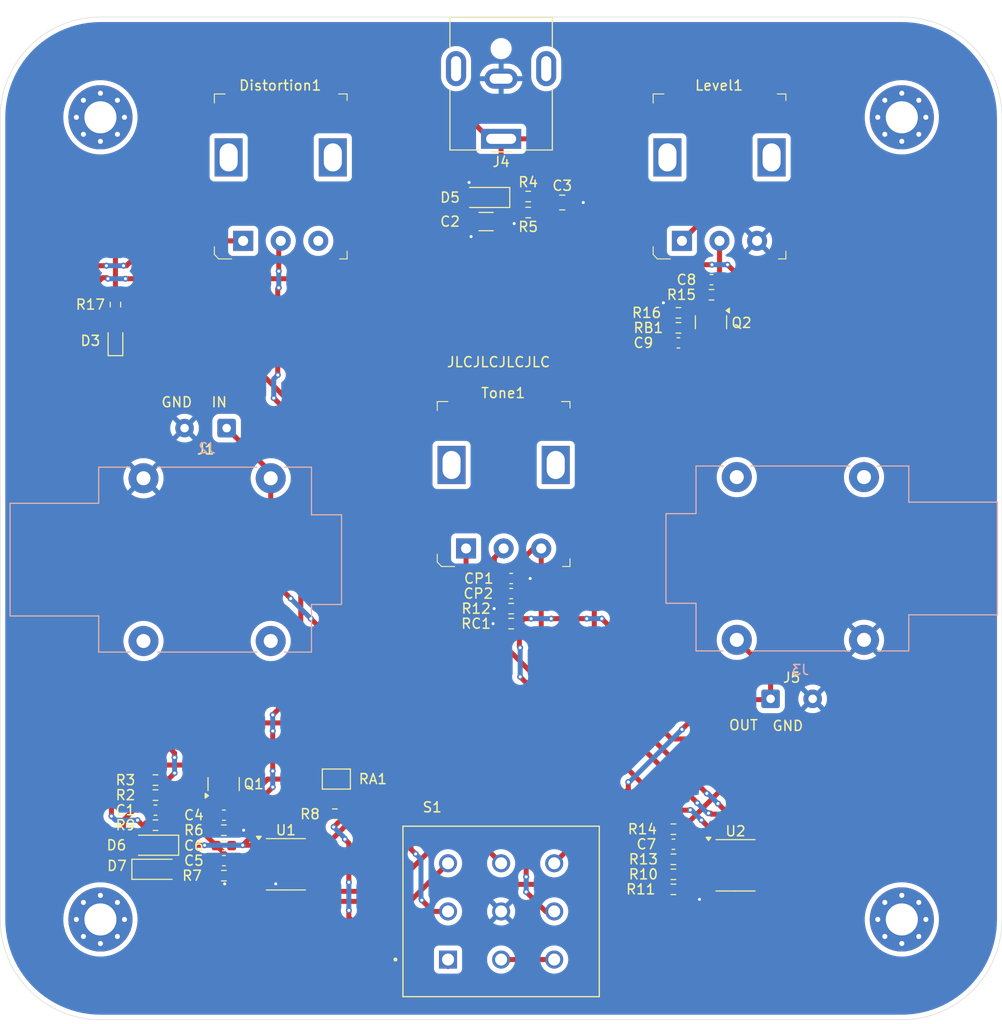
<source format=kicad_pcb>
(kicad_pcb (version 20241229) (generator "pcbnew") (generator_version "9.0")
  (layers (0 "F.Cu" signal) (2 "B.Cu" signal) (13 "F.Paste" user) (15 "B.Paste" user) (5 "F.SilkS" user "F.Silkscreen") (7 "B.SilkS" user "B.Silkscreen") (1 "F.Mask" user) (3 "B.Mask" user) (25 "Edge.Cuts" user))
  (net 0 "")
  (net 1 "Net-(C1-Pad1)")
  (net 2 "Net-(C1-Pad2)")
  (net 3 "9V")
  (net 4 "Net-(C9-Pad2)")
  (net 5 "4.5V")
  (net 6 "Net-(C4-Pad2)")
  (net 7 "Net-(Q2-E)")
  (net 8 "Net-(C5-Pad1)")
  (net 9 "Net-(C9-Pad1)")
  (net 10 "Net-(CP1-Pad1)")
  (net 11 "Net-(Q2-B)")
  (net 12 "Net-(R8-Pad2)")
  (net 13 "Net-(R13-Pad1)")
  (net 14 "Net-(C7-Pad1)")
  (net 15 "Net-(C7-Pad2)")
  (net 16 "Net-(C8-Pad1)")
  (net 17 "Net-(CP2-Pad2)")
  (net 18 "Net-(CP2-Pad1)")
  (net 19 "Net-(Distortion1-Pad1)")
  (net 20 "Net-(Level1-Pad1)")
  (net 22 "Net-(D3-A)")
  (net 23 "Net-(D3-K)")
  (net 24 "unconnected-(S1-Pad1)")
  (net 25 "Net-(S1-Pad4)")
  (net 26 "Net-(D6-A)")
  (net 27 "Net-(D6-K)")
  (net 28 "Net-(Q1-E)")
  (net 29 "Net-(Q1-B)")
  (net 30 "OUT")
  (net 31 "IN")
  (net 32 "GND")
  (footprint "MountingHole:MountingHole_3.2mm_M3_Pad_Via" (layer "F.Cu") (at 190 140)
    (property "Reference" "H4" (hide yes))
    (property "Value" "MountingHole")
  )
  (footprint "Resistor_SMD:R_0603_1608Metric" (layer "F.Cu") (at 151 109)
    (property "Reference" "R12")
    (property "Value" "220")
  )
  (footprint "Resistor_SMD:R_0603_1608Metric" (layer "F.Cu") (at 167.7 79.5 180)
    (property "Reference" "R16")
    (property "Value" "10k")
  )
  (footprint "Resistor_SMD:R_0603_1608Metric" (layer "F.Cu") (at 167.2 131)
    (property "Reference" "R14")
    (property "Value" "1k")
  )
  (footprint "Package_SO:SOIC-8_3.9x4.9mm_P1.27mm" (layer "F.Cu") (at 128.5125 134.5)
    (property "Reference" "U1")
    (property "Value" "TL072")
  )
  (footprint "Connector_BarrelJack:BarrelJack_CUI_PJ-063AH_Horizontal" (layer "F.Cu") (at 150 62.150436 180)
    (property "Reference" "J4")
    (property "Value" "9V IN")
  )
  (footprint "Package_SO:SOIC-8_3.9x4.9mm_P1.27mm" (layer "F.Cu") (at 173.4 134.6)
    (property "Reference" "U2")
    (property "Value" "TL072")
  )
  (footprint "Capacitor_SMD:C_0603_1608Metric" (layer "F.Cu") (at 167.2 132.5 180)
    (property "Reference" "C7")
    (property "Value" "1uF")
  )
  (footprint "Package_TO_SOT_SMD:SOT-23" (layer "F.Cu") (at 122.3 126.5 90)
    (property "Reference" "Q1")
    (property "Value" "MMBT2222A")
  )
  (footprint "Capacitor_SMD:C_0603_1608Metric" (layer "F.Cu") (at 115.5 129.1)
    (property "Reference" "C1")
    (property "Value" "20nF")
  )
  (footprint "Resistor_SMD:R_0603_1608Metric" (layer "F.Cu") (at 167.2 135.5)
    (property "Reference" "R10")
    (property "Value" "1k")
  )
  (footprint "digikey-footprints:Potentiometer_P120PK-Y25BR10K" (layer "F.Cu") (at 168.05 72.325)
    (property "Reference" "Level1")
    (property "Value" "100k")
  )
  (footprint "Capacitor_SMD:C_0603_1608Metric" (layer "F.Cu") (at 122.325 132.635)
    (property "Reference" "C6")
    (property "Value" "51pF")
  )
  (footprint "digikey-footprints:Potentiometer_P120PK-Y25BR10K" (layer "F.Cu") (at 146.5 103)
    (property "Reference" "Tone1")
    (property "Value" "20k")
  )
  (footprint "Resistor_SMD:R_0603_1608Metric" (layer "F.Cu") (at 133.4 129.5 180)
    (property "Reference" "R8")
    (property "Value" "10k")
  )
  (footprint "Connector_Wire:SolderWire-0.25sqmm_1x02_P4.2mm_D0.65mm_OD1.7mm" (layer "F.Cu") (at 122.6 91 180)
    (property "Reference" "J1")
    (property "Value" "IN")
  )
  (footprint "Resistor_SMD:R_0603_1608Metric" (layer "F.Cu") (at 167.2 137 180)
    (property "Reference" "R11")
    (property "Value" "10k")
  )
  (footprint "LED_SMD:LED_0603_1608Metric" (layer "F.Cu") (at 111.5 82.2875 90)
    (property "Reference" "D3")
    (property "Value" "LED")
  )
  (footprint "Capacitor_SMD:C_0603_1608Metric" (layer "F.Cu") (at 122.325 134.135)
    (property "Reference" "C5")
    (property "Value" "47nF")
  )
  (footprint "Resistor_SMD:R_0603_1608Metric" (layer "F.Cu") (at 115.5 130.6 180)
    (property "Reference" "R9")
    (property "Value" "51k")
  )
  (footprint "digikey-footprints:Potentiometer_P120PK-Y25BR10K" (layer "F.Cu") (at 124.25 72.325)
    (property "Reference" "Distortion1")
    (property "Value" "500k Log")
  )
  (footprint "Capacitor_SMD:C_0603_1608Metric" (layer "F.Cu") (at 171 76.2 180)
    (property "Reference" "C8")
    (property "Value" "100nF")
  )
  (footprint "Capacitor_SMD:C_0603_1608Metric" (layer "F.Cu") (at 151 107.5)
    (property "Reference" "CP2")
    (property "Value" "220nF")
  )
  (footprint "Capacitor_SMD:C_0603_1608Metric" (layer "F.Cu") (at 167.7 82.5)
    (property "Reference" "C9")
    (property "Value" "10uF")
  )
  (footprint "Resistor_SMD:R_0603_1608Metric" (layer "F.Cu") (at 152.7 67.9)
    (property "Reference" "R4")
    (property "Value" "10K")
  )
  (footprint "Resistor_SMD:R_0603_1608Metric" (layer "F.Cu") (at 167.7 81)
    (property "Reference" "RB1")
    (property "Value" "10k")
  )
  (footprint "Diode_SMD:D_SOD-123" (layer "F.Cu") (at 115.45 132.6 180)
    (property "Reference" "D6")
    (property "Value" "1N4148W")
  )
  (footprint "MountingHole:MountingHole_3.2mm_M3_Pad_Via" (layer "F.Cu") (at 110 140)
    (property "Reference" "H3" (hide yes))
    (property "Value" "MountingHole")
  )
  (footprint "Resistor_SMD:R_0603_1608Metric" (layer "F.Cu") (at 122.325 131.1 180)
    (property "Reference" "R6")
    (property "Value" "10k")
  )
  (footprint "Package_TO_SOT_SMD:SOT-23" (layer "F.Cu") (at 170.95 80.4375 -90)
    (property "Reference" "Q2")
    (property "Value" "MMBT2222A")
  )
  (footprint "Resistor_SMD:R_0603_1608Metric" (layer "F.Cu") (at 171 77.7)
    (property "Reference" "R15")
    (property "Value" "510k")
  )
  (footprint "MountingHole:MountingHole_3.2mm_M3_Pad_Via" (layer "F.Cu") (at 190 60)
    (property "Reference" "H2" (hide yes))
    (property "Value" "MountingHole")
  )
  (footprint "Resistor_SMD:R_0603_1608Metric" (layer "F.Cu") (at 111.5 78.675 90)
    (property "Reference" "R17")
    (property "Value" "1k")
  )
  (footprint "Resistor_SMD:R_0603_1608Metric" (layer "F.Cu") (at 115.5 126.1)
    (property "Reference" "R3")
    (property "Value" "510k")
  )
  (footprint "Diode_SMD:D_SOD-123" (layer "F.Cu") (at 148.504362 68 180)
    (property "Reference" "D5")
    (property "Value" "1N4148W")
  )
  (footprint "Capacitor_SMD:C_0805_2012Metric" (layer "F.Cu") (at 156.1 68.5)
    (property "Reference" "C3")
    (property "Value" "47uF")
  )
  (footprint "Diode_SMD:D_SOD-123" (layer "F.Cu") (at 115.5 135)
    (property "Reference" "D7")
    (property "Value" "1N4148W")
  )
  (footprint "Connector_Wire:SolderWire-0.25sqmm_1x02_P4.2mm_D0.65mm_OD1.7mm" (layer "F.Cu") (at 176.9 118)
    (property "Reference" "J5")
    (property "Value" "OUT")
  )
  (footprint "Resistor_SMD:R_0603_1608Metric" (layer "F.Cu") (at 152.7 69.5 180)
    (property "Reference" "R5")
    (property "Value" "10K")
  )
  (footprint "Capacitor_SMD:C_1206_3216Metric" (layer "F.Cu") (at 148.5 70.4 180)
    (property "Reference" "C2")
    (property "Value" "100uF")
  )
  (footprint "Capacitor_SMD:C_0603_1608Metric" (layer "F.Cu") (at 122.325 129.6)
    (property "Reference" "C4")
    (property "Value" "1uF")
  )
  (footprint "Resistor_SMD:R_0603_1608Metric" (layer "F.Cu") (at 151 110.5 180)
    (property "Reference" "RC1")
    (property "Value" "10k")
  )
  (footprint "MountingHole:MountingHole_3.2mm_M3_Pad_Via" (layer "F.Cu") (at 110 60)
    (property "Reference" "H1" (hide yes))
    (property "Value" "MountingHole")
  )
  (footprint "Resistor_SMD:R_0603_1608Metric" (layer "F.Cu") (at 115.5 127.6 180)
    (property "Reference" "R2")
    (property "Value" "1k")
  )
  (footprint "Resistor_SMD:R_0603_1608Metric" (layer "F.Cu") (at 167.2 134 180)
    (property "Reference" "R13")
    (property "Value" "1k")
  )
  (footprint "Resistor_SMD:R_0603_1608Metric" (layer "F.Cu") (at 122.325 135.635 180)
    (property "Reference" "R7")
    (property "Value" "4.7k")
  )
  (footprint "Jumper:SolderJumper-2_P1.3mm_Open_Pad1.0x1.5mm" (layer "F.Cu") (at 133.55 126)
    (property "Reference" "RA1")
    (property "Value" "0")
  )
  (footprint "Capacitor_SMD:C_0603_1608Metric" (layer "F.Cu") (at 151 106)
    (property "Reference" "CP1")
    (property "Value" "220nF")
  )
  (footprint "FS57003PLT2B2M2QE:SW_FS57003PLT2B2M2QE" (layer "F.Cu") (at 150 139.2)
    (property "Reference" "S1")
    (property "Value" "Foot Switch")
  )
  (footprint "Connector_Audio:Jack_6.35mm_Neutrik_NMJ4HFD2_Horizontal" (layer "B.Cu") (at 173.525 112.115)
    (property "Reference" "J3")
    (property "Value" "OUT")
  )
  (footprint "Connector_Audio:Jack_6.35mm_Neutrik_NMJ4HFD2_Horizontal" (layer "B.Cu") (at 127 96 180)
    (property "Reference" "J2")
    (property "Value" "IN")
  )
  (gr_arc (start 200 140) (mid 197.071068 147.071068) (end 190 150) (stroke (width 0.05)) (layer "Edge.Cuts"))
  (gr_arc (start 110 150) (mid 102.928932 147.071068) (end 100 140) (stroke (width 0.05)) (layer "Edge.Cuts"))
  (gr_line (start 100 140) (end 100 60) (stroke (width 0.05)) (layer "Edge.Cuts"))
  (gr_line (start 200 140) (end 200 60) (stroke (width 0.05)) (layer "Edge.Cuts"))
  (gr_arc (start 190 50) (mid 197.071068 52.928932) (end 200 60) (stroke (width 0.05)) (layer "Edge.Cuts"))
  (gr_arc (start 100 60) (mid 102.928932 52.928932) (end 110 50) (stroke (width 0.05)) (layer "Edge.Cuts"))
  (gr_line (start 190 50) (end 110 50) (stroke (width 0.05)) (layer "Edge.Cuts"))
  (gr_line (start 110 150) (end 190 150) (stroke (width 0.05)) (layer "Edge.Cuts"))
  (gr_text "GND\n" (at 177 121.277747 0) (layer "F.SilkS") (effects (font (size 1 1)) (justify left bottom)))
  (gr_text "GND\n" (at 116 89 0) (layer "F.SilkS") (effects (font (size 1 1)) (justify left bottom)))
  (gr_text "JLCJLCJLCJLC" (at 144.504362 85 0) (layer "F.SilkS") (effects (font (size 1 1)) (justify left bottom)))
  (gr_text "IN" (at 121 89 0) (layer "F.SilkS") (effects (font (size 1 1)) (justify left bottom)))
  (gr_text "OUT\n" (at 172.664375 121.207451 0) (layer "F.SilkS") (effects (font (size 1 1)) (justify left bottom)))
  (segment (start 140.9 138.2) (end 114.2 138.2) (width 0.5) (layer "F.Cu") (net 1))
  (segment (start 144.7 134.4) (end 140.9 138.2) (width 0.5) (layer "F.Cu") (net 1))
  (segment (start 112.3 136.3) (end 112.3 130.1) (width 0.5) (layer "F.Cu") (net 1))
  (segment (start 113.3 129.1) (end 114.725 129.1) (width 0.5) (layer "F.Cu") (net 1))
  (segment (start 114.2 138.2) (end 112.3 136.3) (width 0.5) (layer "F.Cu") (net 1))
  (segment (start 112.3 130.1) (end 113.3 129.1) (width 0.5) (layer "F.Cu") (net 1))
  (segment (start 116.325 129.05) (end 116.275 129.1) (width 0.5) (layer "F.Cu") (net 2))
  (segment (start 116.325 127.6) (end 116.325 129.05) (width 0.5) (layer "F.Cu") (net 2))
  (segment (start 172.375 81.375) (end 170.95 81.375) (width 0.5) (layer "F.Cu") (net 3))
  (segment (start 116.254627 120.4) (end 107.9 112.045373) (width 0.5) (layer "F.Cu") (net 3))
  (segment (start 141.9 55.2) (end 148.850436 62.150436) (width 0.5) (layer "F.Cu") (net 3))
  (segment (start 122.3 125.5625) (end 122.3 120.4) (width 0.5) (layer "F.Cu") (net 3))
  (segment (start 107.9 112.045373) (end 107.9 80.2) (width 0.5) (layer "F.Cu") (net 3))
  (segment (start 166.6 74.7) (end 171.05 74.7) (width 0.5) (layer "F.Cu") (net 3))
  (segment (start 110.25 77.85) (end 111.5 77.85) (width 0.5) (layer "F.Cu") (net 3))
  (segment (start 172.4 81.4) (end 172.375 81.375) (width 0.5) (layer "F.Cu") (net 3))
  (segment (start 111.5 65.7) (end 122 55.2) (width 0.5) (layer "F.Cu") (net 3))
  (segment (start 151.775 68) (end 151.875 67.9) (width 0.5) (layer "F.Cu") (net 3))
  (segment (start 177.887122 132.695) (end 183 127.582122) (width 0.5) (layer "F.Cu") (net 3))
  (segment (start 167.1 67.9) (end 165.4 69.6) (width 0.5) (layer "F.Cu") (net 3))
  (segment (start 173.2 80.6) (end 172.4 81.4) (width 0.5) (layer "F.Cu") (net 3))
  (segment (start 183 127.582122) (end 183 72.8) (width 0.5) (layer "F.Cu") (net 3))
  (segment (start 172.6 74.7) (end 173.2 75.3) (width 0.5) (layer "F.Cu") (net 3))
  (segment (start 111.5 77.85) (end 111.5 65.7) (width 0.5) (layer "F.Cu") (net 3))
  (segment (start 175.875 132.695) (end 177.887122 132.695) (width 0.5) (layer "F.Cu") (net 3))
  (segment (start 136.1 129.026196) (end 136.1 121.3) (width 0.5) (layer "F.Cu") (net 3))
  (segment (start 135.2 120.4) (end 116.254627 120.4) (width 0.5) (layer "F.Cu") (net 3))
  (segment (start 165.4 69.6) (end 157.950436 62.150436) (width 0.5) (layer "F.Cu") (net 3))
  (segment (start 150 67.845638) (end 150.154362 68) (width 0.5) (layer "F.Cu") (net 3))
  (segment (start 178.1 67.9) (end 167.1 67.9) (width 0.5) (layer "F.Cu") (net 3))
  (segment (start 183 72.8) (end 178.1 67.9) (width 0.5) (layer "F.Cu") (net 3))
  (segment (start 171 81.325) (end 170.95 81.375) (width 0.5) (layer "F.Cu") (net 3))
  (segment (start 150 62.150436) (end 150 67.845638) (width 0.5) (layer "F.Cu") (net 3))
  (segment (start 107.9 80.2) (end 110.25 77.85) (width 0.5) (layer "F.Cu") (net 3))
  (segment (start 130.9875 132.595) (end 132.531196 132.595) (width 0.5) (layer "F.Cu") (net 3))
  (segment (start 157.950436 62.150436) (end 150 62.150436) (width 0.5) (layer "F.Cu") (net 3))
  (segment (start 136.1 121.3) (end 135.2 120.4) (width 0.5) (layer "F.Cu") (net 3))
  (segment (start 150.154362 68) (end 150.154362 70.220638) (width 0.5) (layer "F.Cu") (net 3))
  (segment (start 148.850436 62.150436) (end 150 62.150436) (width 0.5) (layer "F.Cu") (net 3))
  (segment (start 166.6 74.7) (end 165.4 73.5) (width 0.5) (layer "F.Cu") (net 3))
  (segment (start 122 55.2) (end 141.9 55.2) (width 0.5) (layer "F.Cu") (net 3))
  (segment (start 165.4 73.5) (end 165.4 69.6) (width 0.5) (layer "F.Cu") (net 3))
  (segment (start 173.2 75.3) (end 173.2 80.6) (width 0.5) (layer "F.Cu") (net 3))
  (segment (start 132.531196 132.595) (end 136.1 129.026196) (width 0.5) (layer "F.Cu") (net 3))
  (segment (start 150.154362 68) (end 151.775 68) (width 0.5) (layer "F.Cu") (net 3))
  (segment (start 150.154362 70.220638) (end 149.975 70.4) (width 0.5) (layer "F.Cu") (net 3))
  (via (at 171.05 74.7) (size 0.6) (drill 0.3) (layers "F.Cu" "B.Cu") (net 3))
  (via (at 172.6 74.7) (size 0.6) (drill 0.3) (layers "F.Cu" "B.Cu") (net 3))
  (segment (start 171.05 74.7) (end 172.6 74.7) (width 0.5) (layer "B.Cu") (net 3))
  (segment (start 162.7 126.3) (end 162.7 127) (width 0.5) (layer "F.Cu") (net 4))
  (segment (start 170.3 84.325) (end 168.475 82.5) (width 0.5) (layer "F.Cu") (net 4))
  (segment (start 168.05 121.05) (end 170.3 118.8) (width 0.5) (layer "F.Cu") (net 4))
  (segment (start 162.7 127) (end 155.3 134.4) (width 0.5) (layer "F.Cu") (net 4))
  (segment (start 170.3 118.8) (end 170.3 84.325) (width 0.5) (layer "F.Cu") (net 4))
  (via (at 162.7 126.3) (size 0.6) (drill 0.3) (layers "F.Cu" "B.Cu") (net 4))
  (via (at 168.05 121.05) (size 0.6) (drill 0.3) (layers "F.Cu" "B.Cu") (net 4))
  (segment (start 168.05 121.05) (end 162.8 126.3) (width 0.5) (layer "B.Cu") (net 4))
  (segment (start 162.8 126.3) (end 162.7 126.3) (width 0.5) (layer "B.Cu") (net 4))
  (segment (start 153.525 67.9) (end 153.525 69.5) (width 0.5) (layer "F.Cu") (net 5))
  (segment (start 107 79.2) (end 110.2 76) (width 0.5) (layer "F.Cu") (net 5))
  (segment (start 155.15 68.5) (end 164.35 77.7) (width 0.5) (layer "F.Cu") (net 5))
  (segment (start 166.375 138.275) (end 166.375 137) (width 0.5) (layer "F.Cu") (net 5))
  (segment (start 134.8 132.4) (end 134.8 136.3) (width 0.5) (layer "F.Cu") (net 5))
  (segment (start 117.4 123.4) (end 107 113) (width 0.5) (layer "F.Cu") (net 5))
  (segment (start 166.9 138.8) (end 166.375 138.275) (width 0.5) (layer "F.Cu") (net 5))
  (segment (start 154.4 68.5) (end 155.15 68.5) (width 0.5) (layer "F.Cu") (net 5))
  (segment (start 133.282767 130.782767) (end 134.225 129.840534) (width 0.5) (layer "F.Cu") (net 5))
  (segment (start 110.65 76) (end 110.75 76.1) (width 0.5) (layer "F.Cu") (net 5))
  (segment (start 154.125 68.5) (end 153.525 67.9) (width 0.5) (layer "F.Cu") (net 5))
  (segment (start 153.525 69.5) (end 153.525 69.375) (width 0.5) (layer "F.Cu") (net 5))
  (segment (start 136.6 141.6) (end 136.3 141.3) (width 0.5) (layer "F.Cu") (net 5))
  (segment (start 159.3 82.75) (end 164.35 77.7) (width 0.5) (layer "F.Cu") (net 5))
  (segment (start 171.642831 128.442831) (end 174.438909 131.238909) (width 0.5) (layer "F.Cu") (net 5))
  (segment (start 134.4 132) (end 134.8 132.4) (width 0.5) (layer "F.Cu") (net 5))
  (segment (start 166.375 137) (end 161.775 141.6) (width 0.5) (layer "F.Cu") (net 5))
  (segment (start 136.3 141.3) (end 134.8 139.8) (width 0.5) (layer "F.Cu") (net 5))
  (segment (start 110.2 76) (end 110.65 76) (width 0.5) (layer "F.Cu") (net 5))
  (segment (start 116.325 126.1) (end 116.7 126.1) (width 0.5) (layer "F.Cu") (net 5))
  (segment (start 170.532169 127.432169) (end 159.3 116.2) (width 0.5) (layer "F.Cu") (net 5))
  (segment (start 153.525 69.375) (end 154.4 68.5) (width 0.5) (layer "F.Cu") (net 5))
  (segment (start 117.4 123.85) (end 117.4 123.4) (width 0.5) (layer "F.Cu") (net 5))
  (segment (start 156.3 141.6) (end 136.6 141.6) (width 0.5) (layer "F.Cu") (net 5))
  (segment (start 155.15 68.5) (end 154.125 68.5) (width 0.5) (layer "F.Cu") (net 5))
  (segment (start 149.2 76.1) (end 153.525 71.775) (width 0.5) (layer "F.Cu") (net 5))
  (segment (start 174.438909 131.238909) (end 174.438909 135.661091) (width 0.5) (layer "F.Cu") (net 5))
  (segment (start 164.35 77.7) (end 170.175 77.7) (width 0.5) (layer "F.Cu") (net 5))
  (segment (start 107 113) (end 107 79.2) (width 0.5) (layer "F.Cu") (net 5))
  (segment (start 116.7 126.1) (end 117.4 125.4) (width 0.5) (layer "F.Cu") (net 5))
  (segment (start 153.525 71.775) (end 153.525 69.5) (width 0.5) (layer "F.Cu") (net 5))
  (segment (start 134.225 129.840534) (end 134.225 129.5) (width 0.5) (layer "F.Cu") (net 5))
  (segment (start 171.3 138.8) (end 166.9 138.8) (width 0.5) (layer "F.Cu") (net 5))
  (segment (start 174.438909 135.661091) (end 171.3 138.8) (width 0.5) (layer "F.Cu") (net 5))
  (segment (start 161.775 141.6) (end 156.3 141.6) (width 0.5) (layer "F.Cu") (net 5))
  (segment (start 134.8 139.8) (end 134.8 139.1) (width 0.5) (layer "F.Cu") (net 5))
  (segment (start 112.5 76.1) (end 149.2 76.1) (width 0.5) (layer "F.Cu") (net 5))
  (segment (start 159.3 116.2) (end 159.3 82.75) (width 0.5) (layer "F.Cu") (net 5))
  (via (at 112.5 76.1) (size 0.6) (drill 0.3) (layers "F.Cu" "B.Cu") (net 5))
  (via (at 117.4 125.4) (size 0.6) (drill 0.3) (layers "F.Cu" "B.Cu") (net 5))
  (via (at 171.642831 128.442831) (size 0.6) (drill 0.3) (layers "F.Cu" "B.Cu") (net 5))
  (via (at 117.4 123.85) (size 0.6) (drill 0.3) (layers "F.Cu" "B.Cu") (net 5))
  (via (at 134.8 136.3) (size 0.6) (drill 0.3) (layers "F.Cu" "B.Cu") (net 5))
  (via (at 110.75 76.1) (size 0.6) (drill 0.3) (layers "F.Cu" "B.Cu") (net 5))
  (via (at 134.4 132) (size 0.6) (drill 0.3) (layers "F.Cu" "B.Cu") (net 5))
  (via (at 170.532169 127.432169) (size 0.6) (drill 0.3) (layers "F.Cu" "B.Cu") (net 5))
  (via (at 133.282767 130.782767) (size 0.6) (drill 0.3) (layers "F.Cu" "B.Cu") (net 5))
  (via (at 134.8 139.1) (size 0.6) (drill 0.3) (layers "F.Cu" "B.Cu") (net 5))
  (segment (start 170.532169 127.432169) (end 170.6 127.5) (width 0.5) (layer "B.Cu") (net 5))
  (segment (start 110.75 76.1) (end 112.5 76.1) (width 0.5) (layer "B.Cu") (net 5))
  (segment (start 170.7 127.5) (end 171.642831 128.442831) (width 0.5) (layer "B.Cu") (net 5))
  (segment (start 134.8 139.1) (end 134.8 136.3) (width 0.5) (layer "B.Cu") (net 5))
  (segment (start 117.4 125.4) (end 117.4 123.85) (width 0.5) (layer "B.Cu") (net 5))
  (segment (start 134.4 132) (end 134.4 131.9) (width 0.5) (layer "B.Cu") (net 5))
  (segment (start 170.6 127.5) (end 170.7 127.5) (width 0.5) (layer "B.Cu") (net 5))
  (segment (start 134.4 131.9) (end 133.282767 130.782767) (width 0.5) (layer "B.Cu") (net 5))
  (segment (start 126.7 126) (end 123.1 129.6) (width 0.5) (layer "F.Cu") (net 6))
  (segment (start 132.9 126) (end 126.7 126) (width 0.5) (layer "F.Cu") (net 6))
  (segment (start 168.525 81) (end 168.525 79.5) (width 0.5) (layer "F.Cu") (net 7))
  (segment (start 170 79.5) (end 168.525 79.5) (width 0.5) (layer "F.Cu") (net 7))
  (segment (start 121.55 134.135) (end 121.55 135.585) (width 0.5) (layer "F.Cu") (net 8))
  (segment (start 121.55 135.585) (end 121.5 135.635) (width 0.5) (layer "F.Cu") (net 8))
  (segment (start 166.875 82.45) (end 166.925 82.5) (width 0.5) (layer "F.Cu") (net 9))
  (segment (start 166.875 81) (end 166.875 82.45) (width 0.5) (layer "F.Cu") (net 9))
  (segment (start 154 112.8) (end 154 103) (width 0.5) (layer "F.Cu") (net 10))
  (segment (start 169.8125 135.235) (end 168.29 135.235) (width 0.5) (layer "F.Cu") (net 10))
  (segment (start 169.582169 128.382169) (end 154 112.8) (width 0.5) (layer "F.Cu") (net 10))
  (segment (start 169.8125 135.235) (end 170.965 135.235) (width 0.5) (layer "F.Cu") (net 10))
  (segment (start 170.9 129.4) (end 170.7 129.4) (width 0.5) (layer "F.Cu") (net 10))
  (segment (start 170.925 135.235) (end 171.899999 135.235) (width 0.5) (layer "F.Cu") (net 10))
  (segment (start 153.225 103) (end 150.225 106) (width 0.5) (layer "F.Cu") (net 10))
  (segment (start 171 129.5) (end 170.9 129.4) (width 0.5) (layer "F.Cu") (net 10))
  (segment (start 171.899999 135.235) (end 173.737909 133.39709) (width 0.5) (layer "F.Cu") (net 10))
  (segment (start 154 103) (end 153.225 103) (width 0.5) (layer "F.Cu") (net 10))
  (segment (start 171.5 129.5) (end 171 129.5) (width 0.5) (layer "F.Cu") (net 10))
  (segment (start 168.29 135.235) (end 168.025 135.5) (width 0.5) (layer "F.Cu") (net 10))
  (segment (start 173.737909 133.39709) (end 173.737909 131.737909) (width 0.5) (layer "F.Cu") (net 10))
  (segment (start 173.737909 131.737909) (end 171.5 129.5) (width 0.5) (layer "F.Cu") (net 10))
  (segment (start 168.025 137) (end 168.025 135.5) (width 0.5) (layer "F.Cu") (net 10))
  (via (at 169.582169 128.382169) (size 0.6) (drill 0.3) (layers "F.Cu" "B.Cu") (net 10))
  (via (at 170.7 129.4) (size 0.6) (drill 0.3) (layers "F.Cu" "B.Cu") (net 10))
  (segment (start 170.6 129.4) (end 169.582169 128.382169) (width 0.5) (layer "B.Cu") (net 10))
  (segment (start 170.7 129.4) (end 170.6 129.4) (width 0.5) (layer "B.Cu") (net 10))
  (segment (start 170.225 76.2) (end 170.325 76.2) (width 0.5) (layer "F.Cu") (net 11))
  (segment (start 170.325 76.2) (end 171.825 77.7) (width 0.5) (layer "F.Cu") (net 11))
  (segment (start 171.9 79.5) (end 171.9 77.775) (width 0.5) (layer "F.Cu") (net 11))
  (segment (start 171.9 77.775) (end 171.825 77.7) (width 0.5) (layer "F.Cu") (net 11))
  (segment (start 132.575 129.500001) (end 132.575 129.5) (width 0.5) (layer "F.Cu") (net 12))
  (segment (start 132.575 129.5) (end 132 129.5) (width 0.5) (layer "F.Cu") (net 12))
  (segment (start 134.2 126) (end 134.2 127.875) (width 0.5) (layer "F.Cu") (net 12))
  (segment (start 128.5 134.5) (end 127.865 135.135) (width 0.5) (layer "F.Cu") (net 12))
  (segment (start 134.2 127.875) (end 132.575 129.5) (width 0.5) (layer "F.Cu") (net 12))
  (segment (start 128.5 133) (end 128.5 134.5) (width 0.5) (layer "F.Cu") (net 12))
  (segment (start 127.865 135.135) (end 126.0375 135.135) (width 0.5) (layer "F.Cu") (net 12))
  (segment (start 132 129.5) (end 128.5 133) (width 0.5) (layer "F.Cu") (net 12))
  (segment (start 168.025 134) (end 169.7775 134) (width 0.5) (layer "F.Cu") (net 13))
  (segment (start 173 133) (end 172.035 133.965) (width 0.5) (layer "F.Cu") (net 13))
  (segment (start 171.076 131.176) (end 171.676 131.176) (width 0.5) (layer "F.Cu") (net 13))
  (segment (start 169.7775 134) (end 169.8125 133.965) (width 0.5) (layer "F.Cu") (net 13))
  (segment (start 146.5 108.862075) (end 166.737925 129.1) (width 0.5) (layer "F.Cu") (net 13))
  (segment (start 166.737925 129.1) (end 168.9 129.1) (width 0.5) (layer "F.Cu") (net 13))
  (segment (start 173 132.5) (end 173 133) (width 0.5) (layer "F.Cu") (net 13))
  (segment (start 168.9 129.1) (end 168.882169 129.082169) (width 0.5) (layer "F.Cu") (net 13))
  (segment (start 171.676 131.176) (end 173 132.5) (width 0.5) (layer "F.Cu") (net 13))
  (segment (start 146.5 103) (end 146.5 108.862075) (width 0.5) (layer "F.Cu") (net 13))
  (segment (start 169.992831 130.092831) (end 171.076 131.176) (width 0.5) (layer "F.Cu") (net 13))
  (segment (start 172.035 133.965) (end 170.925 133.965) (width 0.5) (layer "F.Cu") (net 13))
  (segment (start 170.624999 133.965) (end 169.8125 133.965) (width 0.5) (layer "F.Cu") (net 13))
  (via (at 168.882169 129.082169) (size 0.6) (drill 0.3) (layers "F.Cu" "B.Cu") (net 13))
  (via (at 169.992831 130.092831) (size 0.6) (drill 0.3) (layers "F.Cu" "B.Cu") (net 13))
  (segment (start 168.982169 129.082169) (end 169.992831 130.092831) (width 0.5) (layer "B.Cu") (net 13))
  (segment (start 168.882169 129.082169) (end 168.982169 129.082169) (width 0.5) (layer "B.Cu") (net 13))
  (segment (start 168.17 132.695) (end 167.975 132.5) (width 0.5) (layer "F.Cu") (net 14))
  (segment (start 166.475 134) (end 167.975 132.5) (width 0.5) (layer "F.Cu") (net 14))
  (segment (start 169.8125 132.695) (end 168.17 132.695) (width 0.5) (layer "F.Cu") (net 14))
  (segment (start 166.375 134) (end 166.475 134) (width 0.5) (layer "F.Cu") (net 14))
  (segment (start 166.425 131.05) (end 166.375 131) (width 0.5) (layer "F.Cu") (net 15))
  (segment (start 166.425 132.5) (end 166.425 131.05) (width 0.5) (layer "F.Cu") (net 15))
  (segment (start 171.8 72.325) (end 171.8 76.175) (width 0.5) (layer "F.Cu") (net 16))
  (segment (start 171.8 76.175) (end 171.775 76.2) (width 0.5) (layer "F.Cu") (net 16))
  (segment (start 151.825 109) (end 151.825 107.55) (width 0.5) (layer "F.Cu") (net 17))
  (segment (start 151.825 107.55) (end 151.775 107.5) (width 0.5) (layer "F.Cu") (net 17))
  (segment (start 149.324 103.926) (end 150.25 103) (width 0.5) (layer "F.Cu") (net 18))
  (segment (start 150.225 107.5) (end 149.324 106.599) (width 0.5) (layer "F.Cu") (net 18))
  (segment (start 149.324 106.599) (end 149.324 103.926) (width 0.5) (layer "F.Cu") (net 18))
  (segment (start 111.1 124.4) (end 106 119.3) (width 0.5) (layer "F.Cu") (net 19))
  (segment (start 114.675 130.6) (end 114.2 130.6) (width 0.5) (layer "F.Cu") (net 19))
  (segment (start 111.1 129.7) (end 111.1 124.4) (width 0.5) (layer "F.Cu") (net 19))
  (segment (start 108.4 74.8) (end 110.6 74.8) (width 0.5) (layer "F.Cu") (net 19))
  (segment (start 115.075 72.325) (end 124.25 72.325) (width 0.5) (layer "F.Cu") (net 19))
  (segment (start 106 77.2) (end 108.4 74.8) (width 0.5) (layer "F.Cu") (net 19))
  (segment (start 106 119.3) (end 106 77.2) (width 0.5) (layer "F.Cu") (net 19))
  (segment (start 112.3 74.8) (end 112.6 74.8) (width 0.5) (layer "F.Cu") (net 19))
  (segment (start 112.6 74.8) (end 115.075 72.325) (width 0.5) (layer "F.Cu") (net 19))
  (segment (start 114.2 130.6) (end 113.7 130.1) (width 0.5) (layer "F.Cu") (net 19))
  (via (at 111.1 129.7) (size 0.6) (drill 0.3) (layers "F.Cu" "B.Cu") (net 19))
  (via (at 113.7 130.1) (size 0.6) (drill 0.3) (layers "F.Cu" "B.Cu") (net 19))
  (via (at 110.6 74.8) (size 0.6) (drill 0.3) (layers "F.Cu" "B.Cu") (net 19))
  (via (at 112.3 74.8) (size 0.6) (drill 0.3) (layers "F.Cu" "B.Cu") (net 19))
  (segment (start 110.6 74.8) (end 112.3 74.8) (width 0.5) (layer "B.Cu") (net 19))
  (segment (start 113.7 130.1) (end 111.5 130.1) (width 0.5) (layer "B.Cu") (net 19))
  (segment (start 111.5 130.1) (end 111.1 129.7) (width 0.5) (layer "B.Cu") (net 19))
  (segment (start 170.775 69.6) (end 176.6 69.6) (width 0.5) (layer "F.Cu") (net 20))
  (segment (start 176.6 69.6) (end 179.1 72.1) (width 0.5) (layer "F.Cu") (net 20))
  (segment (start 179.1 119.925) (end 168.025 131) (width 0.5) (layer "F.Cu") (net 20))
  (segment (start 168.05 72.325) (end 170.775 69.6) (width 0.5) (layer "F.Cu") (net 20))
  (segment (start 179.1 72.1) (end 179.1 119.925) (width 0.5) (layer "F.Cu") (net 20))
  (segment (start 111.5 79.5) (end 111.5 81.5) (width 0.5) (layer "F.Cu") (net 22))
  (segment (start 111.5 83.075) (end 123.575 83.075) (width 0.5) (layer "F.Cu") (net 23))
  (segment (start 142.4 126.8) (end 150 134.4) (width 0.5) (layer "F.Cu") (net 23))
  (segment (start 142.4 101.9) (end 142.4 126.8) (width 0.5) (layer "F.Cu") (net 23))
  (segment (start 123.575 83.075) (end 142.4 101.9) (width 0.5) (layer "F.Cu") (net 23))
  (segment (start 144.7 144.7) (end 144.7 144) (width 0.5) (layer "F.Cu") (net 24))
  (segment (start 150 144) (end 155.3 144) (width 0.5) (layer "F.Cu") (net 25))
  (segment (start 116.325 130.6) (end 114.325 132.6) (width 0.5) (layer "F.Cu") (net 26))
  (segment (start 123.1 134.135) (end 123.37 133.865) (width 0.5) (layer "F.Cu") (net 26))
  (segment (start 114.325 132.6) (end 113.8 132.6) (width 0.5) (layer "F.Cu") (net 26))
  (segment (start 121.6 132.635) (end 123.1 134.135) (width 0.5) (layer "F.Cu") (net 26))
  (segment (start 121.55 132.635) (end 119.515 130.6) (width 0.5) (layer "F.Cu") (net 26))
  (segment (start 113.85 135) (end 113.85 132.65) (width 0.5) (layer "F.Cu") (net 26))
  (segment (start 121.55 132.635) (end 121.6 132.635) (width 0.5) (layer "F.Cu") (net 26))
  (segment (start 123.37 133.865) (end 126.0375 133.865) (width 0.5) (layer "F.Cu") (net 26))
  (segment (start 113.85 132.65) (end 113.8 132.6) (width 0.5) (layer "F.Cu") (net 26))
  (segment (start 119.515 130.6) (end 116.325 130.6) (width 0.5) (layer "F.Cu") (net 26))
  (segment (start 126.3 130.5) (end 126.3 127.7) (width 0.5) (layer "F.Cu") (net 27))
  (segment (start 123.14 132.595) (end 123.1 132.635) (width 0.5) (layer "F.Cu") (net 27))
  (segment (start 138.8 137.2) (end 119.35 137.2) (width 0.5) (layer "F.Cu") (net 27))
  (segment (start 120.4 132.6) (end 117.1 132.6) (width 0.5) (layer "F.Cu") (net 27))
  (segment (start 126.3 127.7) (end 127.2 126.8) (width 0.5) (layer "F.Cu") (net 27))
  (segment (start 166.375 135.5) (end 165.375 136.5) (width 0.5) (layer "F.Cu") (net 27))
  (segment (start 127.2 119.6) (end 130 116.8) (width 0.5) (layer "F.Cu") (net 27))
  (segment (start 117.1 132.6) (end 117.1 134.95) (width 0.5) (layer "F.Cu") (net 27))
  (segment (start 124.2 132.6) (end 126.0325 132.6) (width 0.5) (layer "F.Cu") (net 27))
  (segment (start 130 116.8) (end 130 90.7) (width 0.5) (layer "F.Cu") (net 27))
  (segment (start 126.0325 132.6) (end 126.0375 132.595) (width 0.5) (layer "F.Cu") (net 27))
  (segment (start 124.2 132.6) (end 124.195 132.595) (width 0.5) (layer "F.Cu") (net 27))
  (segment (start 165.375 136.5) (end 149.55 136.5) (width 0.5) (layer "F.Cu") (net 27))
  (segment (start 143.8 132.2) (end 138.8 137.2) (width 0.5) (layer "F.Cu") (net 27))
  (segment (start 130 90.7) (end 127.3 88) (width 0.5) (layer "F.Cu") (net 27))
  (segment (start 145.25 132.2) (end 143.8 132.2) (width 0.5) (layer "F.Cu") (net 27))
  (segment (start 124.195 132.595) (end 123.14 132.595) (width 0.5) (layer "F.Cu") (net 27))
  (segment (start 127.8 75.35) (end 127.8 72.525) (width 0.5) (layer "F.Cu") (net 27))
  (segment (start 127.8 72.525) (end 128 72.325) (width 0.5) (layer "F.Cu") (net 27))
  (segment (start 124.2 132.6) (end 126.3 130.5) (width 0.5) (layer "F.Cu") (net 27))
  (segment (start 127.7 77.1) (end 127.8 77) (width 0.5) (layer "F.Cu") (net 27))
  (segment (start 117.1 134.95) (end 117.15 135) (width 0.5) (layer "F.Cu") (net 27))
  (segment (start 149.55 136.5) (end 145.25 132.2) (width 0.5) (layer "F.Cu") (net 27))
  (segment (start 127.2 125.2) (end 127.2 121.2) (width 0.5) (layer "F.Cu") (net 27))
  (segment (start 127.7 85.7) (end 127.7 77.1) (width 0.5) (layer "F.Cu") (net 27))
  (segment (start 119.35 137.2) (end 117.15 135) (width 0.5) (layer "F.Cu") (net 27))
  (via (at 124.2 132.6) (size 0.6) (drill 0.3) (layers "F.Cu" "B.Cu") (net 27))
  (via (at 127.2 125.2) (size 0.6) (drill 0.3) (layers "F.Cu" "B.Cu") (net 27))
  (via (at 127.8 77) (size 0.6) (drill 0.3) (layers "F.Cu" "B.Cu") (net 27))
  (via (at 127.3 88) (size 0.6) (drill 0.3) (layers "F.Cu" "B.Cu") (net 27))
  (via (at 120.4 132.6) (size 0.6) (drill 0.3) (layers "F.Cu" "B.Cu") (net 27))
  (via (at 127.7 85.7) (size 0.6) (drill 0.3) (layers "F.Cu" "B.Cu") (net 27))
  (via (at 127.2 126.8) (size 0.6) (drill 0.3) (layers "F.Cu" "B.Cu") (net 27))
  (via (at 127.8 75.35) (size 0.6) (drill 0.3) (layers "F.Cu" "B.Cu") (net 27))
  (via (at 127.2 121.2) (size 0.6) (drill 0.3) (layers "F.Cu" "B.Cu") (net 27))
  (via (at 127.2 119.6) (size 0.6) (drill 0.3) (layers "F.Cu" "B.Cu") (net 27))
  (segment (start 127.2 126.8) (end 127.2 125.2) (width 0.5) (layer "B.Cu") (net 27))
  (segment (start 127.8 77) (end 127.8 75.35) (width 0.5) (layer "B.Cu") (net 27))
  (segment (start 127.3 88) (end 127.3 86.1) (width 0.5) (layer "B.Cu") (net 27))
  (segment (start 124.2 132.6) (end 120.4 132.6) (width 0.5) (layer "B.Cu") (net 27))
  (segment (start 127.3 86.1) (end 127.7 85.7) (width 0.5) (layer "B.Cu") (net 27))
  (segment (start 127.2 121.2) (end 127.2 119.6) (width 0.5) (layer "B.Cu") (net 27))
  (segment (start 121.5 131.1) (end 121.5 129.65) (width 0.5) (layer "F.Cu") (net 28))
  (segment (start 123.25 127.4375) (end 123.25 127.9) (width 0.5) (layer "F.Cu") (net 28))
  (segment (start 121.5 129.65) (end 121.55 129.6) (width 0.5) (layer "F.Cu") (net 28))
  (segment (start 123.25 127.9) (end 121.55 129.6) (width 0.5) (layer "F.Cu") (net 28))
  (segment (start 114.675 126.1) (end 114.675 125.425) (width 0.5) (layer "F.Cu") (net 29))
  (segment (start 114.675 126.1) (end 114.675 127.6) (width 0.5) (layer "F.Cu") (net 29))
  (segment (start 115.5 124.6) (end 119.3 124.6) (width 0.5) (layer "F.Cu") (net 29))
  (segment (start 114.675 125.425) (end 115.5 124.6) (width 0.5) (layer "F.Cu") (net 29))
  (segment (start 119.3 124.6) (end 121.35 126.65) (width 0.5) (layer "F.Cu") (net 29))
  (segment (start 121.35 126.65) (end 121.35 127.4375) (width 0.5) (layer "F.Cu") (net 29))
  (segment (start 152.5 135.75) (end 152.5 116.4) (width 0.5) (layer "F.Cu") (net 30))
  (segment (start 172.924706 118.075294) (end 176.824706 118.075294) (width 0.5) (layer "F.Cu") (net 30))
  (segment (start 176.9 115.49) (end 173.525 112.115) (width 0.5) (layer "F.Cu") (net 30))
  (segment (start 158.55 110) (end 155 110) (width 0.5) (layer "F.Cu") (net 30))
  (segment (start 151.825 110.5) (end 151.825 112.825) (width 0.5) (layer "F.Cu") (net 30))
  (segment (start 161 116) (end 167 122) (width 0.5) (layer "F.Cu") (net 30))
  (segment (start 151.825 112.825) (end 151.9 112.9) (width 0.5) (layer "F.Cu") (net 30))
  (segment (start 160.05 110) (end 161 110.95) (width 0.5) (layer "F.Cu") (net 30))
  (segment (start 153 110) (end 152.325 110) (width 0.5) (layer "F.Cu") (net 30))
  (segment (start 152.5 116.4) (end 151.9 115.8) (width 0.5) (layer "F.Cu") (net 30))
  (segment (start 152.5 137.252648) (end 154.447352 139.2) (width 0.5) (layer "F.Cu") (net 30))
  (segment (start 169 122) (end 172.924706 118.075294) (width 0.5) (layer "F.Cu") (net 30))
  (segment (start 161 110.95) (end 161 116) (width 0.5) (layer "F.Cu") (net 30))
  (segment (start 176.824706 118.075294) (end 176.9 118) (width 0.5) (layer "F.Cu") (net 30))
  (segment (start 154.447352 139.2) (end 155.3 139.2) (width 0.5) (layer "F.Cu") (net 30))
  (segment (start 167 122) (end 169 122) (width 0.5) (layer "F.Cu") (net 30))
  (segment (start 152.325 110) (end 151.825 110.5) (width 0.5) (layer "F.Cu") (net 30))
  (segment (start 176.9 118) (end 176.9 115.49) (width 0.5) (layer "F.Cu") (net 30))
  (via (at 151.9 115.8) (size 0.6) (drill 0.3) (layers "F.Cu" "B.Cu") (net 30))
  (via (at 151.9 112.9) (size 0.6) (drill 0.3) (layers "F.Cu" "B.Cu") (net 30))
  (via (at 152.5 137.252648) (size 0.6) (drill 0.3) (layers "F.Cu" "B.Cu") (net 30))
  (via (at 158.55 110) (size 0.6) (drill 0.3) (layers "F.Cu" "B.Cu") (net 30))
  (via (at 155 110) (size 0.6) (drill 0.3) (layers "F.Cu" "B.Cu") (net 30))
  (via (at 153 110) (size 0.6) (drill 0.3) (layers "F.Cu" "B.Cu") (net 30))
  (via (at 160.05 110) (size 0.6) (drill 0.3) (layers "F.Cu" "B.Cu") (net 30))
  (via (at 152.5 135.75) (size 0.6) (drill 0.3) (layers "F.Cu" "B.Cu") (net 30))
  (segment (start 160.05 110) (end 158.55 110) (width 0.5) (layer "B.Cu") (net 30))
  (segment (start 152.5 137.252648) (end 152.5 135.75) (width 0.5) (layer "B.Cu") (net 30))
  (segment (start 151.9 112.9) (end 151.9 115.8) (width 0.5) (layer "B.Cu") (net 30))
  (segment (start 155 110) (end 153 110) (width 0.5) (layer "B.Cu") (net 30))
  (segment (start 141.46967 133.469669) (end 141 132.999999) (width 0.5) (layer "F.Cu") (net 31))
  (segment (start 127 106) (end 129 108) (width 0.5) (layer "F.Cu") (net 31))
  (segment (start 122 91) (end 122.6 91) (width 0.5) (layer "F.Cu") (net 31))
  (segment (start 143.2 139.2) (end 144.7 139.2) (width 0.5) (layer "F.Cu") (net 31))
  (segment (start 127 95.4) (end 127 96) (width 0.5) (layer "F.Cu") (net 31))
  (segment (start 141 132.999999) (end 141 120) (width 0.5) (layer "F.Cu") (net 31))
  (segment (start 122.6 91) (end 127 95.4) (width 0.5) (layer "F.Cu") (net 31))
  (segment (start 142.080331 138.080331) (end 143.2 139.2) (width 0.5) (layer "F.Cu") (net 31))
  (segment (start 141 120) (end 131 110) (width 0.5) (layer "F.Cu") (net 31))
  (segment (start 127 96) (end 127 106) (width 0.5) (layer "F.Cu") (net 31))
  (via (at 141.46967 133.469669) (size 0.6) (drill 0.3) (layers "F.Cu" "B.Cu") (net 31))
  (via (at 129 108) (size 0.6) (drill 0.3) (layers "F.Cu" "B.Cu") (net 31))
  (via (at 142.080331 138.080331) (size 0.6) (drill 0.3) (layers "F.Cu" "B.Cu") (net 31))
  (via (at 131 110) (size 0.6) (drill 0.3) (layers "F.Cu" "B.Cu") (net 31))
  (segment (start 142 138) (end 142.080331 138.080331) (width 0.5) (layer "B.Cu") (net 31))
  (segment (start 141.46967 133.469669) (end 142 134) (width 0.5) (layer "B.Cu") (net 31))
  (segment (start 129 108) (end 131 110) (width 0.5) (layer "B.Cu") (net 31))
  (segment (start 142 134) (end 142 138) (width 0.5) (layer "B.Cu") (net 31))
  (segment (start 151.875 69.5) (end 151.875 70.025) (width 0.5) (layer "F.Cu") (net 32))
  (segment (start 169.8125 137.9875) (end 169.8 138) (width 0.5) (layer "F.Cu") (net 32))
  (segment (start 157.05 68.5) (end 158.2 68.5) (width 0.5) (layer "F.Cu") (net 32))
  (segment (start 170.925 136.505) (end 169.8125 137.6175) (width 0.5) (layer "F.Cu") (net 32))
  (segment (start 149.2 110.5) (end 150.175 110.5) (width 0.5) (layer "F.Cu") (net 32))
  (segment (start 151.775 106) (end 152.9 106) (width 0.5) (layer "F.Cu") (net 32))
  (segment (start 147.025 70.4) (end 147.025 71.875) (width 0.5) (layer "F.Cu") (net 32))
  (segment (start 147.025 71.875) (end 147 71.9) (width 0.5) (layer "F.Cu") (net 32))
  (segment (start 146.8 67.7) (end 146.854362 67.754362) (width 0.5) (layer "F.Cu") (net 32))
  (segment (start 151.875 70.025) (end 151.3 70.6) (width 0.5) (layer "F.Cu") (net 32))
  (segment (start 146.854362 68) (end 146.854362 70.229362) (width 0.5) (layer "F.Cu") (net 32))
  (segment (start 123.15 135.7) (end 122.4 136.45) (width 0.5) (layer "F.Cu") (net 32))
  (segment (start 127.5 136.45) (end 126.0825 136.45) (width 0.5) (layer "F.Cu") (net 32))
  (segment (start 123.15 131.1) (end 124.3 131.1) (width 0.5) (layer "F.Cu") (net 32))
  (segment (start 126.0825 136.45) (end 126.0375 136.405) (width 0.5) (layer "F.Cu") (net 32))
  (segment (start 146.854362 67.754362) (end 146.854362 68) (width 0.5) (layer "F.Cu") (net 32))
  (segment (start 123.15 135.635) (end 123.15 135.7) (width 0.5) (layer "F.Cu") (net 32))
  (segment (start 169.8125 137.6175) (end 169.8125 137.9875) (width 0.5) (layer "F.Cu") (net 32))
  (segment (start 126.0375 136.405) (end 123.92 136.405) (width 0.5) (layer "F.Cu") (net 32))
  (segment (start 123.92 136.405) (end 123.15 135.635) (width 0.5) (layer "F.Cu") (net 32))
  (segment (start 150.175 109) (end 149.3 109) (width 0.5) (layer "F.Cu") (net 32))
  (segment (start 146.8 66.5) (end 146.8 67.7) (width 0.5) (layer "F.Cu") (net 32))
  (segment (start 166.875 79.5) (end 166.875 79.175) (width 0.5) (layer "F.Cu") (net 32))
  (segment (start 146.704362 68) (end 146.854362 67.85) (width 0.5) (layer "F.Cu") (net 32))
  (segment (start 146.854362 70.229362) (end 147.025 70.4) (width 0.5) (layer "F.Cu") (net 32))
  (segment (start 166.875 79.175) (end 166.2 78.5) (width 0.5) (layer "F.Cu") (net 32))
  (via (at 149.2 110.5) (size 0.6) (drill 0.3) (layers "F.Cu" "B.Cu") (net 32))
  (via (at 146.8 66.5) (size 0.6) (drill 0.3) (layers "F.Cu" "B.Cu") (net 32))
  (via (at 124.3 131.1) (size 0.6) (drill 0.3) (layers "F.Cu" "B.Cu") (net 32))
  (via (at 149.3 109) (size 0.6) (drill 0.3) (layers "F.Cu" "B.Cu") (net 32))
  (via (at 127.5 136.45) (size 0.6) (drill 0.3) (layers "F.Cu" "B.Cu") (net 32))
  (via (at 158.2 68.5) (size 0.6) (drill 0.3) (layers "F.Cu" "B.Cu") (net 32))
  (via (at 147 71.9) (size 0.6) (drill 0.3) (layers "F.Cu" "B.Cu") (net 32))
  (via (at 169.8 138) (size 0.6) (drill 0.3) (layers "F.Cu" "B.Cu") (net 32))
  (via (at 122.4 136.45) (size 0.6) (drill 0.3) (layers "F.Cu" "B.Cu") (net 32))
  (via (at 151.3 70.6) (size 0.6) (drill 0.3) (layers "F.Cu" "B.Cu") (net 32))
  (via (at 166.2 78.5) (size 0.6) (drill 0.3) (layers "F.Cu" "B.Cu") (net 32))
  (via (at 152.9 106) (size 0.6) (drill 0.3) (layers "F.Cu" "B.Cu") (net 32))
  (zone (net 32) (net_name "GND") (layer "B.Cu") (connect_pads (clearance 0.5)) (min_thickness 0.25) (fill yes (thermal_gap 0.5) (thermal_bridge_width 0.5))
    (polygon (pts (xy 100 50) (xy 200 50) (xy 200 150) (xy 100 150)))
  )
)
</source>
